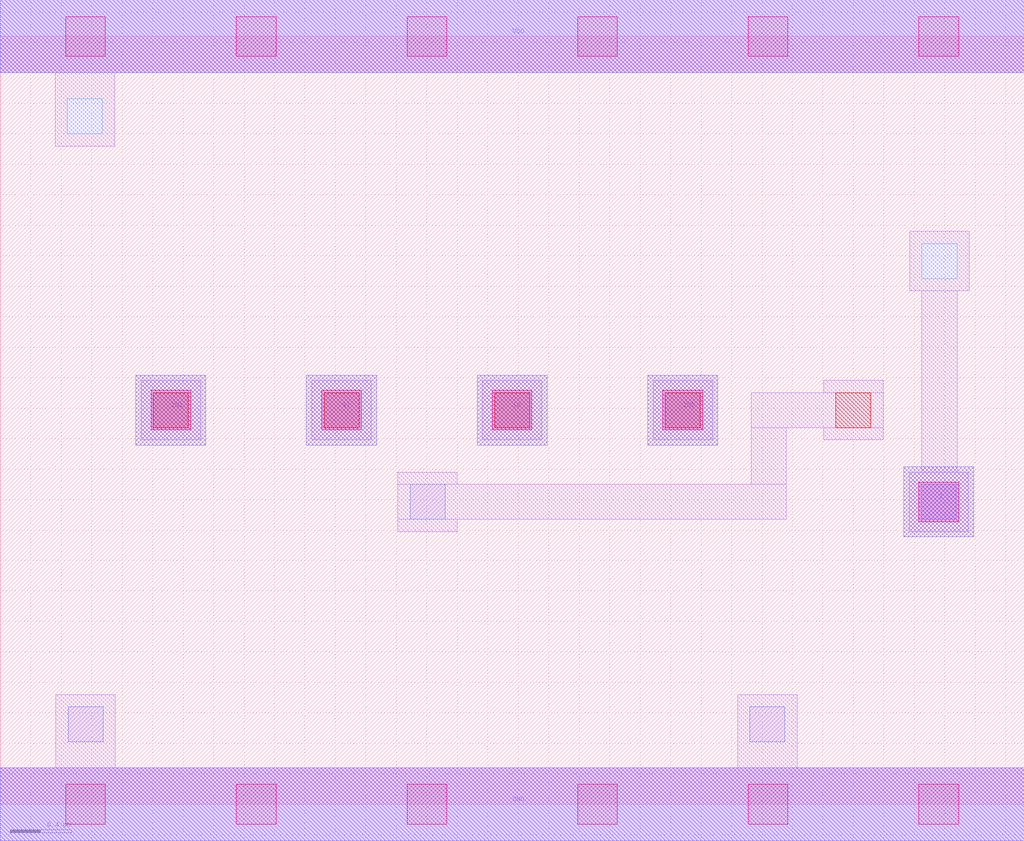
<source format=lef>
MACRO MUX2
 CLASS CORE ;
 FOREIGN MUX2 0 0 ;
 SIZE 6.72 BY 5.04 ;
 ORIGIN 0 0 ;
 SYMMETRY X Y R90 ;
 SITE unit ;
  PIN VDD
   DIRECTION INOUT ;
   USE POWER ;
   SHAPE ABUTMENT ;
    PORT
     CLASS CORE ;
       LAYER met1 ;
        RECT 0.00000000 4.80000000 6.72000000 5.28000000 ;
       LAYER met2 ;
        RECT 0.00000000 4.80000000 6.72000000 5.28000000 ;
    END
  END VDD

  PIN GND
   DIRECTION INOUT ;
   USE POWER ;
   SHAPE ABUTMENT ;
    PORT
     CLASS CORE ;
       LAYER met1 ;
        RECT 0.00000000 -0.24000000 6.72000000 0.24000000 ;
       LAYER met2 ;
        RECT 0.00000000 -0.24000000 6.72000000 0.24000000 ;
    END
  END GND

  PIN Z
   DIRECTION INOUT ;
   USE SIGNAL ;
   SHAPE ABUTMENT ;
    PORT
     CLASS CORE ;
       LAYER met2 ;
        RECT 5.93000000 1.75500000 6.39000000 2.21500000 ;
    END
  END Z

  PIN S0
   DIRECTION INOUT ;
   USE SIGNAL ;
   SHAPE ABUTMENT ;
    PORT
     CLASS CORE ;
       LAYER met2 ;
        RECT 3.13000000 2.35700000 3.59000000 2.81700000 ;
    END
  END S0

  PIN S1
   DIRECTION INOUT ;
   USE SIGNAL ;
   SHAPE ABUTMENT ;
    PORT
     CLASS CORE ;
       LAYER met2 ;
        RECT 2.01000000 2.35700000 2.47000000 2.81700000 ;
    END
  END S1

  PIN IN1
   DIRECTION INOUT ;
   USE SIGNAL ;
   SHAPE ABUTMENT ;
    PORT
     CLASS CORE ;
       LAYER met2 ;
        RECT 0.89000000 2.35700000 1.35000000 2.81700000 ;
    END
  END IN1

  PIN IN0
   DIRECTION INOUT ;
   USE SIGNAL ;
   SHAPE ABUTMENT ;
    PORT
     CLASS CORE ;
       LAYER met2 ;
        RECT 4.25000000 2.35700000 4.71000000 2.81700000 ;
    END
  END IN0

 OBS
    LAYER polycont ;
     RECT 1.00500000 2.47200000 1.23500000 2.70200000 ;
     RECT 2.12500000 2.47200000 2.35500000 2.70200000 ;
     RECT 3.24500000 2.47200000 3.47500000 2.70200000 ;
     RECT 4.36500000 2.47200000 4.59500000 2.70200000 ;
     RECT 5.48500000 2.47200000 5.71500000 2.70200000 ;

    LAYER pdiffc ;
     RECT 6.05000000 3.45000000 6.28000000 3.68000000 ;
     RECT 0.44000000 4.40000000 0.67000000 4.63000000 ;

    LAYER ndiffc ;
     RECT 0.44500000 0.41000000 0.67500000 0.64000000 ;
     RECT 4.92000000 0.41000000 5.15000000 0.64000000 ;
     RECT 2.69000000 1.87000000 2.92000000 2.10000000 ;
     RECT 6.04500000 1.87000000 6.27500000 2.10000000 ;

    LAYER met1 ;
     RECT 0.00000000 -0.24000000 6.72000000 0.24000000 ;
     RECT 0.36500000 0.24000000 0.75500000 0.72000000 ;
     RECT 4.84000000 0.24000000 5.23000000 0.72000000 ;
     RECT 0.92500000 2.39200000 1.31500000 2.78200000 ;
     RECT 2.04500000 2.39200000 2.43500000 2.78200000 ;
     RECT 3.16500000 2.39200000 3.55500000 2.78200000 ;
     RECT 4.28500000 2.39200000 4.67500000 2.78200000 ;
     RECT 2.61000000 1.79000000 3.00000000 1.87000000 ;
     RECT 2.61000000 1.87000000 5.16000000 2.10000000 ;
     RECT 2.61000000 2.10000000 3.00000000 2.18000000 ;
     RECT 4.93000000 2.10000000 5.16000000 2.47200000 ;
     RECT 5.40500000 2.39200000 5.79500000 2.47200000 ;
     RECT 4.93000000 2.47200000 5.79500000 2.70200000 ;
     RECT 5.40500000 2.70200000 5.79500000 2.78200000 ;
     RECT 5.96500000 1.79000000 6.35500000 2.18000000 ;
     RECT 6.05000000 2.18000000 6.28000000 3.37000000 ;
     RECT 5.97000000 3.37000000 6.36000000 3.76000000 ;
     RECT 0.36000000 4.32000000 0.75000000 4.80000000 ;
     RECT 0.00000000 4.80000000 6.72000000 5.28000000 ;

    LAYER via1 ;
     RECT 0.43000000 -0.13000000 0.69000000 0.13000000 ;
     RECT 1.55000000 -0.13000000 1.81000000 0.13000000 ;
     RECT 2.67000000 -0.13000000 2.93000000 0.13000000 ;
     RECT 3.79000000 -0.13000000 4.05000000 0.13000000 ;
     RECT 4.91000000 -0.13000000 5.17000000 0.13000000 ;
     RECT 6.03000000 -0.13000000 6.29000000 0.13000000 ;
     RECT 6.03000000 1.85500000 6.29000000 2.11500000 ;
     RECT 0.99000000 2.45700000 1.25000000 2.71700000 ;
     RECT 2.11000000 2.45700000 2.37000000 2.71700000 ;
     RECT 3.23000000 2.45700000 3.49000000 2.71700000 ;
     RECT 4.35000000 2.45700000 4.61000000 2.71700000 ;
     RECT 0.43000000 4.91000000 0.69000000 5.17000000 ;
     RECT 1.55000000 4.91000000 1.81000000 5.17000000 ;
     RECT 2.67000000 4.91000000 2.93000000 5.17000000 ;
     RECT 3.79000000 4.91000000 4.05000000 5.17000000 ;
     RECT 4.91000000 4.91000000 5.17000000 5.17000000 ;
     RECT 6.03000000 4.91000000 6.29000000 5.17000000 ;

    LAYER met2 ;
     RECT 0.00000000 -0.24000000 6.72000000 0.24000000 ;
     RECT 5.93000000 1.75500000 6.39000000 2.21500000 ;
     RECT 0.89000000 2.35700000 1.35000000 2.81700000 ;
     RECT 2.01000000 2.35700000 2.47000000 2.81700000 ;
     RECT 3.13000000 2.35700000 3.59000000 2.81700000 ;
     RECT 4.25000000 2.35700000 4.71000000 2.81700000 ;
     RECT 0.00000000 4.80000000 6.72000000 5.28000000 ;

 END
END MUX2

</source>
